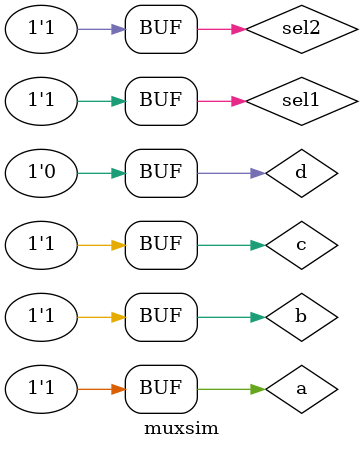
<source format=v>
`timescale 1ns / 1ps


module muxsim();
    reg a, b, c, d, sel1, sel2;
    wire q;
    mux1 Mux41(a, b, c, d, sel1, sel2, q);
    initial begin
        #10 sel1 = 0; sel2 = 0; a = 1; b = 1; c = 1; d = 1;
        #10 sel1 = 0; sel2 = 0; a = 0; b = 1; c = 1; d = 1;

        #20 sel1= 0; sel2 = 1; a = 1; b = 1; c = 1; d = 1;
        #20 sel1= 0; sel2 = 1; a = 1; b = 0; c = 1; d = 1;
                
        #20 sel1= 1; sel2 = 0; a = 1; b = 1; c = 1; d = 1;
        #20 sel1= 1; sel2 = 0; a = 1; b = 1; c = 0; d = 1;
        
        #20 sel1= 1; sel2 = 1; a = 1; b = 1; c = 1; d = 1;
        #20 sel1= 1; sel2 = 1; a = 1; b = 1; c = 1; d = 0;
        
     end        
endmodule
</source>
